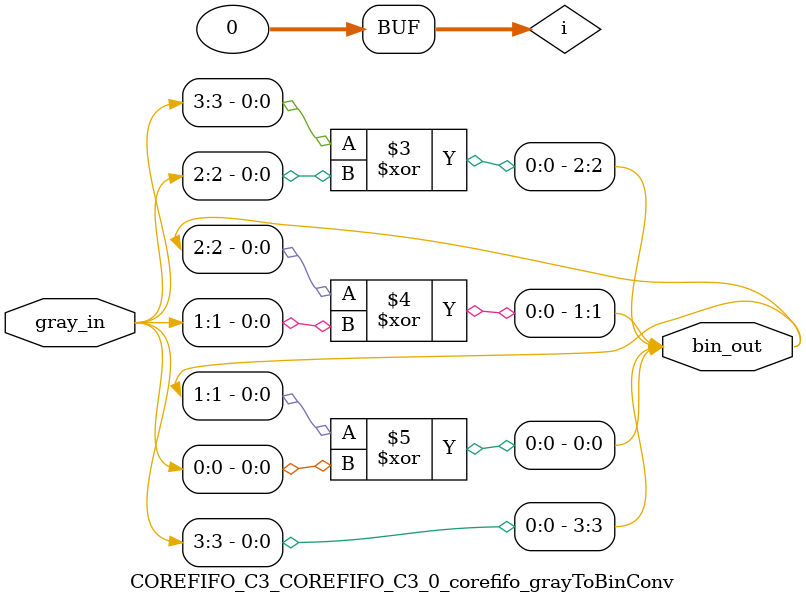
<source format=v>

`timescale 1ns / 100ps

module COREFIFO_C3_COREFIFO_C3_0_corefifo_grayToBinConv(
                                         gray_in,
                                         bin_out
                                        );

   // --------------------------------------------------------------------------
   // Parameter Declaration
   // --------------------------------------------------------------------------
   parameter ADDRWIDTH  = 3;
  // parameter SYNC_RESET = 0;   

   // --------------------------------------------------------------------------
   // I/O Declaration
   // --------------------------------------------------------------------------

   //--------
   // Inputs
   //--------
   input [ADDRWIDTH:0]    gray_in;

   //---------
   // Outputs
   //---------
   output [ADDRWIDTH:0] bin_out;

   // --------------------------------------------------------------------------
   // Internal signals
   // --------------------------------------------------------------------------
   reg [ADDRWIDTH:0]      bin_out;   
   integer                i;
   

   // --------------------------------------------------------------------------
   //                               Start - of - Code
   // --------------------------------------------------------------------------


   // --------------------------------------------------------------------------
   // Logic to Convert the Gray code to Binary
   // --------------------------------------------------------------------------
   always @(*) begin

      bin_out[ADDRWIDTH]  = gray_in[ADDRWIDTH];      

      for(i=ADDRWIDTH;i>0;i = i-1) begin
         bin_out[i-1]     = (bin_out[i] ^ gray_in[i-1]);
      end

   end

endmodule // corefifo_grayToBinConv

// --------------------------------------------------------------------------
//                             End - of - Code
// --------------------------------------------------------------------------

</source>
